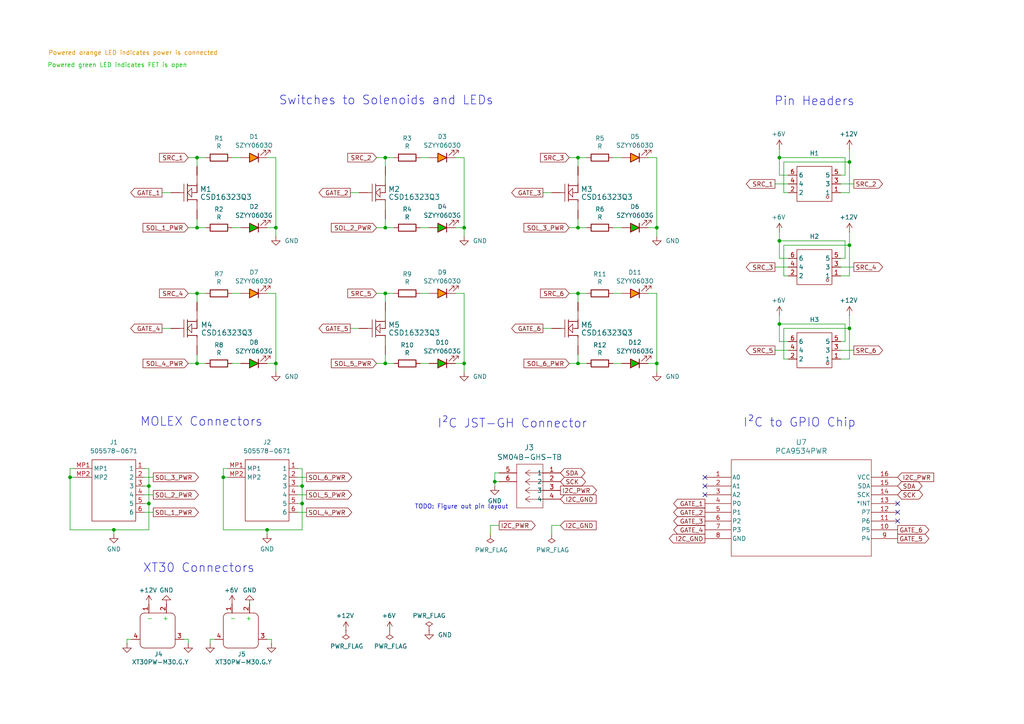
<source format=kicad_sch>
(kicad_sch (version 20250114) (generator "eeschema") (generator_version "9.0")
  (paper "A4")
  (title_block (title "Solenoid Control Board"))
  (lib_symbols
    (symbol "Downloaded:HX PZ2.54-2X3P ZZ"
      (property "Reference" "H" (at 0 0 0))
      (property "Value" "HX PZ2.54-2x3P ZZ" (at 0 0 0))
      (symbol "HX PZ2.54-2X3P ZZ_1_0"
        (pin unspecified line (at -7.62 2.54 0) (length 2.54) (name "1") (number "1"))
        (pin unspecified line (at -7.62 0 0) (length 2.54) (name "3") (number "3"))
        (pin unspecified line (at -7.62 -2.54 0) (length 2.54) (name "5") (number "5"))
        (pin unspecified line (at 7.62 2.54 180) (length 2.54) (name "2") (number "2"))
        (pin unspecified line (at 7.62 0 180) (length 2.54) (name "4") (number "4"))
        (pin unspecified line (at 7.62 -2.54 180) (length 2.54) (name "6") (number "6"))
      )
    )
    (symbol "solenoid_control_board:+12V" (power) (pin_numbers (hide yes)) (pin_names (offset 0) (hide yes))
      (property "Value" "+12V" (at 0 3.556 0))
      (symbol "+12V_1_1"
        (pin power_in line (at 0 0 90) (length 0) (name "~") (number "1"))
      )
    )
    (symbol "solenoid_control_board:+6V" (power) (pin_numbers (hide yes)) (pin_names (offset 0) (hide yes))
      (property "Value" "+6V" (at 0 3.556 0))
      (symbol "+6V_1_1"
        (pin power_in line (at 0 0 90) (length 0) (name "~") (number "1"))
      )
    )
    (symbol "solenoid_control_board:505578-0671"
      (property "Reference" "J" (at -8.89 6.858 0))
      (property "Value" "505578-0671" (at -8.636 4.318 0))
      (symbol "505578-0671_1_1"
        (pin free line (at -20.32 0 0) (length 5.08) (name "MP1") (number "MP1"))
        (pin free line (at -20.32 -2.54 0) (length 5.08) (name "MP2") (number "MP2"))
        (pin passive line (at 0 0 180) (length 2.54) (name "1") (number "1"))
        (pin passive line (at 0 -2.54 180) (length 2.54) (name "2") (number "2"))
        (pin passive line (at 0 -5.08 180) (length 2.54) (name "3") (number "3"))
        (pin passive line (at 0 -7.62 180) (length 2.54) (name "4") (number "4"))
        (pin passive line (at 0 -10.16 180) (length 2.54) (name "5") (number "5"))
        (pin passive line (at 0 -12.7 180) (length 2.54) (name "6") (number "6"))
      )
    )
    (symbol "solenoid_control_board:CSD16323Q3" (pin_names (offset 0.254))
      (property "Reference" "M" (at 5.842 0.254 0))
      (property "Value" "CSD16323Q3" (at 12.446 -1.778 0))
      (symbol "CSD16323Q3_1_1"
        (pin input line (at -3.81 0 0) (length 2.54) (name "") (number "1"))
        (pin output line (at 3.81 7.62 270) (length 2.54) (name "") (number "3"))
        (pin input line (at 3.81 -7.62 90) (length 2.54) (name "") (number "2"))
      )
    )
    (symbol "solenoid_control_board:GND" (power) (pin_numbers (hide yes)) (pin_names (offset 0) (hide yes))
      (property "Value" "GND" (at 0 -3.81 0))
      (symbol "GND_1_1"
        (pin power_in line (at 0 0 270) (length 0) (name "~") (number "1"))
      )
    )
    (symbol "solenoid_control_board:PCA9534PWR" (pin_names (offset 0.254))
      (property "Reference" "U" (at 27.94 10.16 0))
      (property "Value" "PCA9534PWR" (at 27.94 7.62 0))
      (symbol "PCA9534PWR_0_1"
        (pin input line (at 0 0 0) (length 7.62) (name "A0") (number "1"))
        (pin input line (at 0 -2.54 0) (length 7.62) (name "A1") (number "2"))
        (pin input line (at 0 -5.08 0) (length 7.62) (name "A2") (number "3"))
        (pin bidirectional line (at 0 -7.62 0) (length 7.62) (name "P0") (number "4"))
        (pin bidirectional line (at 0 -10.16 0) (length 7.62) (name "P1") (number "5"))
        (pin bidirectional line (at 0 -12.7 0) (length 7.62) (name "P2") (number "6"))
        (pin bidirectional line (at 0 -15.24 0) (length 7.62) (name "P3") (number "7"))
        (pin power_in line (at 0 -17.78 0) (length 7.62) (name "GND") (number "8"))
        (pin power_in line (at 55.88 0 180) (length 7.62) (name "VCC") (number "16"))
        (pin output line (at 55.88 -7.62 180) (length 7.62) (name "*INT") (number "13"))
        (pin bidirectional line (at 55.88 -10.16 180) (length 7.62) (name "P7") (number "12"))
        (pin bidirectional line (at 55.88 -12.7 180) (length 7.62) (name "P6") (number "11"))
        (pin bidirectional line (at 55.88 -15.24 180) (length 7.62) (name "P5") (number "10"))
        (pin bidirectional line (at 55.88 -17.78 180) (length 7.62) (name "P4") (number "9"))
      )
      (symbol "PCA9534PWR_1_1"
        (pin bidirectional line (at 55.88 -2.54 180) (length 7.62) (name "SDA") (number "15"))
        (pin bidirectional line (at 55.88 -5.08 180) (length 7.62) (name "SCK") (number "14"))
      )
    )
    (symbol "solenoid_control_board:PWR_FLAG" (power) (pin_numbers (hide yes)) (pin_names (offset 0) (hide yes))
      (property "Value" "PWR_FLAG" (at 0 3.81 0))
      (symbol "PWR_FLAG_0_0"
        (pin power_out line (at 0 0 90) (length 0) (name "~") (number "1"))
      )
    )
    (symbol "solenoid_control_board:R" (pin_numbers (hide yes)) (pin_names (offset 0))
      (property "Reference" "R" (at 2.032 0 90))
      (property "Value" "R" (at 0 0 90))
      (symbol "R_1_1"
        (pin passive line (at 0 3.81 270) (length 1.27) (name "~") (number "1"))
        (pin passive line (at 0 -3.81 90) (length 1.27) (name "~") (number "2"))
      )
    )
    (symbol "solenoid_control_board:SM04B-GHS-TB" (pin_names (offset 0.254))
      (property "Reference" "J" (at 8.89 7.112 0))
      (property "Value" "SM04B-GHS-TB" (at 9.144 4.572 0))
      (symbol "SM04B-GHS-TB_1_1"
        (pin free line (at 0 0 0) (length 5.08) (name "1") (number "1"))
        (pin free line (at 0 -2.54 0) (length 5.08) (name "2") (number "2"))
        (pin free line (at 0 -5.08 0) (length 5.08) (name "3") (number "3"))
        (pin free line (at 0 -7.62 0) (length 5.08) (name "4") (number "4"))
        (pin free line (at 17.78 0 180) (length 5.08) (name "") (number "5"))
        (pin free line (at 17.78 -2.54 180) (length 5.08) (name "") (number "6"))
      )
      (symbol "SM04B-GHS-TB_1_2"
        (pin unspecified line (at 0 0 0) (length 5.08) (name "1") (number "1"))
        (pin unspecified line (at 0 -2.54 0) (length 5.08) (name "2") (number "2"))
        (pin unspecified line (at 0 -5.08 0) (length 5.08) (name "3") (number "3"))
        (pin unspecified line (at 0 -7.62 0) (length 5.08) (name "4") (number "4"))
      )
    )
    (symbol "solenoid_control_board:SZYY0603G"
      (property "Reference" "D" (at 0 2.54 0))
      (property "Value" "SZYY0603G" (at 0 -4.064 0))
      (symbol "SZYY0603G_1_1"
        (pin passive line (at -3.81 0 0) (length 2.54) (name "") (number "2"))
        (pin passive line (at 3.81 0 180) (length 2.54) (name "") (number "1"))
      )
    )
    (symbol "solenoid_control_board:SZYY0603O"
      (property "Reference" "D" (at 0 2.54 0))
      (property "Value" "SZYY0603O" (at 0 -4.064 0))
      (symbol "SZYY0603O_1_1"
        (pin passive line (at -3.81 0 0) (length 2.54) (name "") (number "2"))
        (pin passive line (at 3.81 0 180) (length 2.54) (name "") (number "1"))
      )
    )
    (symbol "solenoid_control_board:XT30PW-M30.G.Y"
      (property "Reference" "J" (at 2.286 -14.478 0))
      (property "Value" "XT30PW-M30.G.Y" (at 2.286 -16.51 0))
      (symbol "XT30PW-M30.G.Y_1_1"
        (text "-" (at 0.254 -4.064 0) (effects (font (size 1.27 1.27))))
        (text "+\n" (at 4.826 -4.064 0) (effects (font (size 1.27 1.27))))
        (pin passive line (at -5.08 -10.16 0) (length 2.54) (name "") (number "4"))
        (pin power_in line (at 0 0 270) (length 2.54) (name "") (number "1"))
        (pin power_in line (at 5.08 0 270) (length 2.54) (name "") (number "2"))
        (pin passive line (at 10.16 -10.16 180) (length 2.54) (name "") (number "3"))
      )
    )
  )
  (text "Pin Headers" (at 236.22 29.464 0) (effects (font (size 2.54 2.54))))
  (text "Powered orange LED indicates power is connected" (at 38.608 15.494 0) (effects (font (size 1.27 1.27))))
  (text "Switches to Solenoids and LEDs" (at 112.014 29.21 0) (effects (font (size 2.54 2.54))))
  (text "MOLEX Connectors\n" (at 58.42 122.428 0) (effects (font (size 2.54 2.54))))
  (text "I²C JST-GH Connector" (at 148.59 122.936 0) (effects (font (size 2.54 2.54))))
  (text "XT30 Connectors\n" (at 57.658 164.846 0) (effects (font (size 2.54 2.54))))
  (text "Powered green LED indicates FET is open\n" (at 34.036 19.05 0) (effects (font (size 1.27 1.27))))
  (text "I²C to GPIO Chip" (at 231.902 122.682 0) (effects (font (size 2.54 2.54))))
  (text "TODO: Figure out pin layout" (at 133.858 147.066 0) (effects (font (size 1.27 1.27))))
  (junction (at 143.51 139.7))
  (junction (at 87.63 140.97))
  (junction (at 246.38 95.25))
  (junction (at 111.76 105.41))
  (junction (at 77.47 153.67))
  (junction (at 190.5 105.41))
  (junction (at 226.06 93.98))
  (junction (at 57.15 85.09))
  (junction (at 134.62 66.04))
  (junction (at 226.06 45.72))
  (junction (at 190.5 66.04))
  (junction (at 111.76 45.72))
  (junction (at 57.15 45.72))
  (junction (at 33.02 153.67))
  (junction (at 43.18 146.05))
  (junction (at 167.64 45.72))
  (junction (at 57.15 105.41))
  (junction (at 80.01 66.04))
  (junction (at 167.64 85.09))
  (junction (at 20.32 138.43))
  (junction (at 167.64 66.04))
  (junction (at 64.77 138.43))
  (junction (at 111.76 66.04))
  (junction (at 57.15 66.04))
  (junction (at 167.64 105.41))
  (junction (at 134.62 105.41))
  (junction (at 87.63 146.05))
  (junction (at 246.38 71.12))
  (junction (at 80.01 105.41))
  (junction (at 111.76 85.09))
  (junction (at 226.06 69.85))
  (junction (at 246.38 46.99))
  (junction (at 43.18 140.97))
  (no_connect (at 260.35 151.13))
  (no_connect (at 260.35 148.59))
  (no_connect (at 204.47 140.97))
  (no_connect (at 204.47 138.43))
  (no_connect (at 260.35 146.05))
  (no_connect (at 204.47 143.51))
  (wire (pts (xy 111.76 85.09) (xy 109.22 85.09)))
  (wire (pts (xy 243.84 104.14) (xy 246.38 104.14)))
  (wire (pts (xy 60.96 186.69) (xy 60.96 185.42)))
  (wire (pts (xy 170.18 105.41) (xy 167.64 105.41)))
  (wire (pts (xy 57.15 85.09) (xy 54.61 85.09)))
  (wire (pts (xy 33.02 153.67) (xy 33.02 154.94)))
  (wire (pts (xy 157.48 95.25) (xy 160.02 95.25)))
  (wire (pts (xy 41.91 135.89) (xy 43.18 135.89)))
  (wire (pts (xy 57.15 105.41) (xy 57.15 102.87)))
  (wire (pts (xy 54.61 66.04) (xy 57.15 66.04)))
  (wire (pts (xy 111.76 45.72) (xy 111.76 48.26)))
  (wire (pts (xy 165.1 66.04) (xy 167.64 66.04)))
  (wire (pts (xy 114.3 45.72) (xy 111.76 45.72)))
  (wire (pts (xy 69.85 105.41) (xy 67.31 105.41)))
  (wire (pts (xy 41.91 140.97) (xy 43.18 140.97)))
  (wire (pts (xy 144.78 137.16) (xy 143.51 137.16)))
  (wire (pts (xy 143.51 137.16) (xy 143.51 139.7)))
  (wire (pts (xy 57.15 66.04) (xy 57.15 63.5)))
  (wire (pts (xy 245.11 74.93) (xy 245.11 69.85)))
  (wire (pts (xy 33.02 153.67) (xy 43.18 153.67)))
  (wire (pts (xy 243.84 80.01) (xy 246.38 80.01)))
  (wire (pts (xy 69.85 85.09) (xy 67.31 85.09)))
  (wire (pts (xy 69.85 66.04) (xy 67.31 66.04)))
  (wire (pts (xy 86.36 138.43) (xy 88.9 138.43)))
  (wire (pts (xy 43.18 140.97) (xy 43.18 146.05)))
  (wire (pts (xy 20.32 138.43) (xy 21.59 138.43)))
  (wire (pts (xy 243.84 101.6) (xy 247.65 101.6)))
  (wire (pts (xy 142.24 154.94) (xy 142.24 152.4)))
  (wire (pts (xy 228.6 80.01) (xy 227.33 80.01)))
  (wire (pts (xy 226.06 91.44) (xy 226.06 93.98)))
  (wire (pts (xy 43.18 146.05) (xy 43.18 153.67)))
  (wire (pts (xy 226.06 45.72) (xy 226.06 50.8)))
  (wire (pts (xy 226.06 93.98) (xy 245.11 93.98)))
  (wire (pts (xy 78.74 185.42) (xy 78.74 186.69)))
  (wire (pts (xy 64.77 135.89) (xy 64.77 138.43)))
  (wire (pts (xy 114.3 105.41) (xy 111.76 105.41)))
  (wire (pts (xy 43.18 135.89) (xy 43.18 140.97)))
  (wire (pts (xy 77.47 153.67) (xy 77.47 154.94)))
  (wire (pts (xy 170.18 85.09) (xy 167.64 85.09)))
  (wire (pts (xy 60.96 185.42) (xy 62.23 185.42)))
  (wire (pts (xy 132.08 45.72) (xy 134.62 45.72)))
  (wire (pts (xy 101.6 95.25) (xy 104.14 95.25)))
  (wire (pts (xy 245.11 99.06) (xy 245.11 93.98)))
  (wire (pts (xy 77.47 153.67) (xy 87.63 153.67)))
  (wire (pts (xy 109.22 66.04) (xy 111.76 66.04)))
  (wire (pts (xy 20.32 153.67) (xy 33.02 153.67)))
  (wire (pts (xy 69.85 45.72) (xy 67.31 45.72)))
  (wire (pts (xy 59.69 85.09) (xy 57.15 85.09)))
  (wire (pts (xy 59.69 45.72) (xy 57.15 45.72)))
  (wire (pts (xy 114.3 66.04) (xy 111.76 66.04)))
  (wire (pts (xy 46.99 55.88) (xy 49.53 55.88)))
  (wire (pts (xy 243.84 77.47) (xy 247.65 77.47)))
  (wire (pts (xy 226.06 74.93) (xy 228.6 74.93)))
  (wire (pts (xy 54.61 185.42) (xy 54.61 186.69)))
  (wire (pts (xy 41.91 148.59) (xy 44.45 148.59)))
  (wire (pts (xy 187.96 45.72) (xy 190.5 45.72)))
  (wire (pts (xy 101.6 55.88) (xy 104.14 55.88)))
  (wire (pts (xy 246.38 80.01) (xy 246.38 71.12)))
  (wire (pts (xy 124.46 66.04) (xy 121.92 66.04)))
  (wire (pts (xy 226.06 45.72) (xy 245.11 45.72)))
  (wire (pts (xy 86.36 135.89) (xy 87.63 135.89)))
  (wire (pts (xy 167.64 66.04) (xy 167.64 63.5)))
  (wire (pts (xy 187.96 105.41) (xy 190.5 105.41)))
  (wire (pts (xy 180.34 66.04) (xy 177.8 66.04)))
  (wire (pts (xy 167.64 45.72) (xy 165.1 45.72)))
  (wire (pts (xy 86.36 148.59) (xy 88.9 148.59)))
  (wire (pts (xy 224.79 101.6) (xy 228.6 101.6)))
  (wire (pts (xy 41.91 143.51) (xy 44.45 143.51)))
  (wire (pts (xy 78.74 185.42) (xy 77.47 185.42)))
  (wire (pts (xy 36.83 185.42) (xy 38.1 185.42)))
  (wire (pts (xy 87.63 140.97) (xy 87.63 146.05)))
  (wire (pts (xy 59.69 66.04) (xy 57.15 66.04)))
  (wire (pts (xy 142.24 152.4) (xy 144.78 152.4)))
  (wire (pts (xy 114.3 85.09) (xy 111.76 85.09)))
  (wire (pts (xy 124.46 45.72) (xy 121.92 45.72)))
  (wire (pts (xy 246.38 67.31) (xy 246.38 71.12)))
  (wire (pts (xy 111.76 66.04) (xy 111.76 63.5)))
  (wire (pts (xy 170.18 66.04) (xy 167.64 66.04)))
  (wire (pts (xy 226.06 67.31) (xy 226.06 69.85)))
  (wire (pts (xy 190.5 85.09) (xy 190.5 105.41)))
  (wire (pts (xy 46.99 95.25) (xy 49.53 95.25)))
  (wire (pts (xy 111.76 45.72) (xy 109.22 45.72)))
  (wire (pts (xy 167.64 45.72) (xy 167.64 48.26)))
  (wire (pts (xy 226.06 93.98) (xy 226.06 99.06)))
  (wire (pts (xy 54.61 105.41) (xy 57.15 105.41)))
  (wire (pts (xy 134.62 66.04) (xy 134.62 68.58)))
  (wire (pts (xy 111.76 85.09) (xy 111.76 87.63)))
  (wire (pts (xy 21.59 135.89) (xy 20.32 135.89)))
  (wire (pts (xy 160.02 152.4) (xy 162.56 152.4)))
  (wire (pts (xy 20.32 138.43) (xy 20.32 153.67)))
  (wire (pts (xy 57.15 45.72) (xy 54.61 45.72)))
  (wire (pts (xy 180.34 85.09) (xy 177.8 85.09)))
  (wire (pts (xy 87.63 146.05) (xy 87.63 153.67)))
  (wire (pts (xy 64.77 138.43) (xy 66.04 138.43)))
  (wire (pts (xy 227.33 80.01) (xy 227.33 71.12)))
  (wire (pts (xy 134.62 105.41) (xy 134.62 107.95)))
  (wire (pts (xy 109.22 105.41) (xy 111.76 105.41)))
  (wire (pts (xy 160.02 154.94) (xy 160.02 152.4)))
  (wire (pts (xy 86.36 143.51) (xy 88.9 143.51)))
  (wire (pts (xy 64.77 138.43) (xy 64.77 153.67)))
  (wire (pts (xy 80.01 105.41) (xy 80.01 107.95)))
  (wire (pts (xy 190.5 105.41) (xy 190.5 107.95)))
  (wire (pts (xy 180.34 105.41) (xy 177.8 105.41)))
  (wire (pts (xy 59.69 105.41) (xy 57.15 105.41)))
  (wire (pts (xy 132.08 105.41) (xy 134.62 105.41)))
  (wire (pts (xy 246.38 91.44) (xy 246.38 95.25)))
  (wire (pts (xy 227.33 95.25) (xy 246.38 95.25)))
  (wire (pts (xy 64.77 153.67) (xy 77.47 153.67)))
  (wire (pts (xy 246.38 43.18) (xy 246.38 46.99)))
  (wire (pts (xy 224.79 53.34) (xy 228.6 53.34)))
  (wire (pts (xy 245.11 50.8) (xy 245.11 45.72)))
  (wire (pts (xy 80.01 45.72) (xy 80.01 66.04)))
  (wire (pts (xy 134.62 85.09) (xy 134.62 105.41)))
  (wire (pts (xy 111.76 105.41) (xy 111.76 102.87)))
  (wire (pts (xy 187.96 66.04) (xy 190.5 66.04)))
  (wire (pts (xy 80.01 85.09) (xy 80.01 105.41)))
  (wire (pts (xy 143.51 139.7) (xy 144.78 139.7)))
  (wire (pts (xy 227.33 55.88) (xy 227.33 46.99)))
  (wire (pts (xy 157.48 55.88) (xy 160.02 55.88)))
  (wire (pts (xy 227.33 71.12) (xy 246.38 71.12)))
  (wire (pts (xy 77.47 85.09) (xy 80.01 85.09)))
  (wire (pts (xy 124.46 85.09) (xy 121.92 85.09)))
  (wire (pts (xy 134.62 45.72) (xy 134.62 66.04)))
  (wire (pts (xy 167.64 85.09) (xy 167.64 87.63)))
  (wire (pts (xy 227.33 46.99) (xy 246.38 46.99)))
  (wire (pts (xy 226.06 50.8) (xy 228.6 50.8)))
  (wire (pts (xy 132.08 85.09) (xy 134.62 85.09)))
  (wire (pts (xy 243.84 74.93) (xy 245.11 74.93)))
  (wire (pts (xy 87.63 135.89) (xy 87.63 140.97)))
  (wire (pts (xy 80.01 66.04) (xy 80.01 68.58)))
  (wire (pts (xy 66.04 135.89) (xy 64.77 135.89)))
  (wire (pts (xy 170.18 45.72) (xy 167.64 45.72)))
  (wire (pts (xy 124.46 105.41) (xy 121.92 105.41)))
  (wire (pts (xy 190.5 45.72) (xy 190.5 66.04)))
  (wire (pts (xy 226.06 43.18) (xy 226.06 45.72)))
  (wire (pts (xy 224.79 77.47) (xy 228.6 77.47)))
  (wire (pts (xy 243.84 50.8) (xy 245.11 50.8)))
  (wire (pts (xy 167.64 105.41) (xy 167.64 102.87)))
  (wire (pts (xy 227.33 104.14) (xy 227.33 95.25)))
  (wire (pts (xy 226.06 69.85) (xy 226.06 74.93)))
  (wire (pts (xy 228.6 104.14) (xy 227.33 104.14)))
  (wire (pts (xy 228.6 55.88) (xy 227.33 55.88)))
  (wire (pts (xy 165.1 105.41) (xy 167.64 105.41)))
  (wire (pts (xy 77.47 66.04) (xy 80.01 66.04)))
  (wire (pts (xy 36.83 186.69) (xy 36.83 185.42)))
  (wire (pts (xy 20.32 135.89) (xy 20.32 138.43)))
  (wire (pts (xy 53.34 185.42) (xy 54.61 185.42)))
  (wire (pts (xy 243.84 99.06) (xy 245.11 99.06)))
  (wire (pts (xy 57.15 45.72) (xy 57.15 48.26)))
  (wire (pts (xy 87.63 140.97) (xy 86.36 140.97)))
  (wire (pts (xy 43.18 146.05) (xy 41.91 146.05)))
  (wire (pts (xy 243.84 53.34) (xy 247.65 53.34)))
  (wire (pts (xy 132.08 66.04) (xy 134.62 66.04)))
  (wire (pts (xy 226.06 99.06) (xy 228.6 99.06)))
  (wire (pts (xy 190.5 66.04) (xy 190.5 68.58)))
  (wire (pts (xy 243.84 55.88) (xy 246.38 55.88)))
  (wire (pts (xy 77.47 105.41) (xy 80.01 105.41)))
  (wire (pts (xy 41.91 138.43) (xy 44.45 138.43)))
  (wire (pts (xy 143.51 139.7) (xy 143.51 140.97)))
  (wire (pts (xy 246.38 55.88) (xy 246.38 46.99)))
  (wire (pts (xy 167.64 85.09) (xy 165.1 85.09)))
  (wire (pts (xy 57.15 85.09) (xy 57.15 87.63)))
  (wire (pts (xy 246.38 104.14) (xy 246.38 95.25)))
  (wire (pts (xy 226.06 69.85) (xy 245.11 69.85)))
  (wire (pts (xy 180.34 45.72) (xy 177.8 45.72)))
  (wire (pts (xy 187.96 85.09) (xy 190.5 85.09)))
  (wire (pts (xy 77.47 45.72) (xy 80.01 45.72)))
  (wire (pts (xy 86.36 146.05) (xy 87.63 146.05)))
  (global_label "SOL_4_PWR" (shape output) (at 88.9 148.59 0) (property "Intersheetrefs" "${INTERSHEET_REFS}" (effects (hide yes))))
  (global_label "SRC_5" (shape output) (at 224.79 101.6 180) (property "Intersheetrefs" "${INTERSHEET_REFS}" (effects (hide yes))))
  (global_label "SRC_4" (shape output) (at 247.65 77.47 0) (property "Intersheetrefs" "${INTERSHEET_REFS}" (effects (hide yes))))
  (global_label "SOL_3_PWR" (shape output) (at 44.45 138.43 0) (property "Intersheetrefs" "${INTERSHEET_REFS}" (effects (hide yes))))
  (global_label "I2C_PWR" (shape output) (at 162.56 142.24 0) (property "Intersheetrefs" "${INTERSHEET_REFS}" (effects (hide yes))))
  (global_label "SRC_3" (shape output) (at 224.79 77.47 180) (property "Intersheetrefs" "${INTERSHEET_REFS}" (effects (hide yes))))
  (global_label "GATE_3" (shape output) (at 157.48 55.88 180) (property "Intersheetrefs" "${INTERSHEET_REFS}" (effects (hide yes))))
  (global_label "I2C_GND" (shape input) (at 162.56 144.78 0) (property "Intersheetrefs" "${INTERSHEET_REFS}" (effects (hide yes))))
  (global_label "SDA" (shape bidirectional) (at 162.56 137.16 0) (property "Intersheetrefs" "${INTERSHEET_REFS}" (effects (hide yes))))
  (global_label "GATE_1" (shape output) (at 204.47 146.05 180) (property "Intersheetrefs" "${INTERSHEET_REFS}" (effects (hide yes))))
  (global_label "GATE_3" (shape output) (at 204.47 151.13 180) (property "Intersheetrefs" "${INTERSHEET_REFS}" (effects (hide yes))))
  (global_label "SCK" (shape bidirectional) (at 162.56 139.7 0) (property "Intersheetrefs" "${INTERSHEET_REFS}" (effects (hide yes))))
  (global_label "SOL_4_PWR" (shape input) (at 54.61 105.41 180) (property "Intersheetrefs" "${INTERSHEET_REFS}" (effects (hide yes))))
  (global_label "SOL_1_PWR" (shape output) (at 44.45 148.59 0) (property "Intersheetrefs" "${INTERSHEET_REFS}" (effects (hide yes))))
  (global_label "SRC_5" (shape input) (at 109.22 85.09 180) (property "Intersheetrefs" "${INTERSHEET_REFS}" (effects (hide yes))))
  (global_label "SRC_4" (shape input) (at 54.61 85.09 180) (property "Intersheetrefs" "${INTERSHEET_REFS}" (effects (hide yes))))
  (global_label "SOL_6_PWR" (shape input) (at 165.1 105.41 180) (property "Intersheetrefs" "${INTERSHEET_REFS}" (effects (hide yes))))
  (global_label "SRC_1" (shape input) (at 54.61 45.72 180) (property "Intersheetrefs" "${INTERSHEET_REFS}" (effects (hide yes))))
  (global_label "GATE_2" (shape output) (at 101.6 55.88 180) (property "Intersheetrefs" "${INTERSHEET_REFS}" (effects (hide yes))))
  (global_label "GATE_5" (shape output) (at 260.35 156.21 0) (property "Intersheetrefs" "${INTERSHEET_REFS}" (effects (hide yes))))
  (global_label "I2C_PWR" (shape input) (at 260.35 138.43 0) (property "Intersheetrefs" "${INTERSHEET_REFS}" (effects (hide yes))))
  (global_label "SRC_6" (shape output) (at 247.65 101.6 0) (property "Intersheetrefs" "${INTERSHEET_REFS}" (effects (hide yes))))
  (global_label "SRC_2" (shape output) (at 247.65 53.34 0) (property "Intersheetrefs" "${INTERSHEET_REFS}" (effects (hide yes))))
  (global_label "GATE_6" (shape output) (at 260.35 153.67 0) (property "Intersheetrefs" "${INTERSHEET_REFS}" (effects (hide yes))))
  (global_label "GATE_4" (shape output) (at 46.99 95.25 180) (property "Intersheetrefs" "${INTERSHEET_REFS}" (effects (hide yes))))
  (global_label "SOL_2_PWR" (shape input) (at 109.22 66.04 180) (property "Intersheetrefs" "${INTERSHEET_REFS}" (effects (hide yes))))
  (global_label "SCK" (shape bidirectional) (at 260.35 143.51 0) (property "Intersheetrefs" "${INTERSHEET_REFS}" (effects (hide yes))))
  (global_label "GATE_4" (shape output) (at 204.47 153.67 180) (property "Intersheetrefs" "${INTERSHEET_REFS}" (effects (hide yes))))
  (global_label "SRC_1" (shape output) (at 224.79 53.34 180) (property "Intersheetrefs" "${INTERSHEET_REFS}" (effects (hide yes))))
  (global_label "GATE_1" (shape output) (at 46.99 55.88 180) (property "Intersheetrefs" "${INTERSHEET_REFS}" (effects (hide yes))))
  (global_label "SOL_1_PWR" (shape input) (at 54.61 66.04 180) (property "Intersheetrefs" "${INTERSHEET_REFS}" (effects (hide yes))))
  (global_label "SRC_2" (shape input) (at 109.22 45.72 180) (property "Intersheetrefs" "${INTERSHEET_REFS}" (effects (hide yes))))
  (global_label "SOL_5_PWR" (shape output) (at 88.9 143.51 0) (property "Intersheetrefs" "${INTERSHEET_REFS}" (effects (hide yes))))
  (global_label "SRC_6" (shape input) (at 165.1 85.09 180) (property "Intersheetrefs" "${INTERSHEET_REFS}" (effects (hide yes))))
  (global_label "SDA" (shape bidirectional) (at 260.35 140.97 0) (property "Intersheetrefs" "${INTERSHEET_REFS}" (effects (hide yes))))
  (global_label "I2C_GND" (shape output) (at 204.47 156.21 180) (property "Intersheetrefs" "${INTERSHEET_REFS}" (effects (hide yes))))
  (global_label "GATE_6" (shape output) (at 157.48 95.25 180) (property "Intersheetrefs" "${INTERSHEET_REFS}" (effects (hide yes))))
  (global_label "SOL_2_PWR" (shape output) (at 44.45 143.51 0) (property "Intersheetrefs" "${INTERSHEET_REFS}" (effects (hide yes))))
  (global_label "GATE_2" (shape output) (at 204.47 148.59 180) (property "Intersheetrefs" "${INTERSHEET_REFS}" (effects (hide yes))))
  (global_label "SOL_3_PWR" (shape input) (at 165.1 66.04 180) (property "Intersheetrefs" "${INTERSHEET_REFS}" (effects (hide yes))))
  (global_label "SOL_6_PWR" (shape output) (at 88.9 138.43 0) (property "Intersheetrefs" "${INTERSHEET_REFS}" (effects (hide yes))))
  (global_label "I2C_PWR" (shape output) (at 144.78 152.4 0) (property "Intersheetrefs" "${INTERSHEET_REFS}" (effects (hide yes))))
  (global_label "SRC_3" (shape input) (at 165.1 45.72 180) (property "Intersheetrefs" "${INTERSHEET_REFS}" (effects (hide yes))))
  (global_label "GATE_5" (shape output) (at 101.6 95.25 180) (property "Intersheetrefs" "${INTERSHEET_REFS}" (effects (hide yes))))
  (global_label "SOL_5_PWR" (shape input) (at 109.22 105.41 180) (property "Intersheetrefs" "${INTERSHEET_REFS}" (effects (hide yes))))
  (global_label "I2C_GND" (shape input) (at 162.56 152.4 0) (property "Intersheetrefs" "${INTERSHEET_REFS}" (effects (hide yes))))
  (symbol (lib_id "solenoid_control_board:+12V") (at 100.33 182.88 0) (unit 1)
    (property "Reference" "#PWR031" (effects (hide yes)))
    (property "Value" "+12V" (at 100.076 178.562 0))
    (property "Description" "Power symbol creates a global label with name \"+12V\"" (effects (hide yes)))
  )
  (symbol (lib_id "solenoid_control_board:GND") (at 77.47 154.94 0) (unit 1)
    (property "Reference" "#PWR08" (effects (hide yes)))
    (property "Value" "GND" (at 77.47 159.258 0))
    (property "Description" "Power symbol creates a global label with name \"GND\" , ground" (effects (hide yes)))
  )
  (symbol (lib_id "solenoid_control_board:+12V") (at 246.38 67.31 0) (unit 1)
    (property "Reference" "#PWR038" (effects (hide yes)))
    (property "Value" "+12V" (at 246.126 62.992 0))
    (property "Description" "Power symbol creates a global label with name \"+12V\"" (effects (hide yes)))
  )
  (symbol (lib_id "solenoid_control_board:SZYY0603O") (at 184.15 85.09 180) (unit 1)
    (property "Reference" "D11" (at 184.15 78.994 0))
    (property "Value" "SZYY0603O" (at 184.15 81.534 0))
    (property "Footprint" "solenoid-control-board:LED0603-R-RD_ORANGE" (effects (hide yes)))
    (property "Datasheet" "https://www.lcsc.com/datasheet/lcsc_datasheet_2410121256_Yongyu-Photoelectric-SZYY0603O_C434425.pdf" (effects (hide yes)))
    (property "Description" "Orange LED from LCSC Electronics" (effects (hide yes)))
    (property "LCSC" "C434425" (effects (hide yes)))
  )
  (symbol (lib_id "solenoid_control_board:CSD16323Q3") (at 163.83 55.88 0) (mirror x) (unit 1)
    (property "Reference" "M3" (at 170.18 54.864 0) (effects (font (size 1.524 1.524))))
    (property "Value" "CSD16323Q3" (at 176.022 57.15 0) (effects (font (size 1.524 1.524))))
    (property "Footprint" "solenoid-control-board:TRANS_CSD17308Q3" (effects (hide yes)))
    (property "Datasheet" "https://www.ti.com/lit/ds/symlink/csd25404q3.pdf?ts=1743723239203&ref_url=https%253A%252F%252Fwww.ti.com%252Fproduct%252FCSD25404Q3" (effects (hide yes)))
    (property "Description" "-20-V, P channel NexFET™ power MOSFET, single SON 3 mm x 3 mm, 6.5 mOhm" (effects (hide yes)))
    (property "LCSC" "C248610" (effects (hide yes)))
  )
  (symbol (lib_id "solenoid_control_board:SZYY0603O") (at 184.15 45.72 180) (unit 1)
    (property "Reference" "D5" (at 184.15 39.624 0))
    (property "Value" "SZYY0603O" (at 184.15 42.164 0))
    (property "Footprint" "solenoid-control-board:LED0603-R-RD_ORANGE" (effects (hide yes)))
    (property "Datasheet" "https://www.lcsc.com/datasheet/lcsc_datasheet_2410121256_Yongyu-Photoelectric-SZYY0603O_C434425.pdf" (effects (hide yes)))
    (property "Description" "Orange LED from LCSC Electronics" (effects (hide yes)))
    (property "LCSC" "C434425" (effects (hide yes)))
  )
  (symbol (lib_id "solenoid_control_board:R") (at 118.11 85.09 90) (unit 1)
    (property "Reference" "R9" (at 118.11 79.502 90))
    (property "Value" "R" (at 118.11 81.788 90))
    (property "Footprint" "solenoid-control-board:RESC1607X60N" (effects (hide yes)))
    (property "Description" "Resistor" (effects (hide yes)))
    (property "LCSC" "C99782" (effects (hide yes)))
  )
  (symbol (lib_id "solenoid_control_board:505578-0671") (at 41.91 135.89 0) (unit 1)
    (property "Reference" "J1" (at 33.02 128.27 0))
    (property "Value" "505578-0671" (at 33.02 130.81 0))
    (property "Footprint" "solenoid-control-board:5055780671" (effects (hide yes)))
    (property "Datasheet" "https://www.molex.com/en-us/products/part-detail/5055780671?display=pdf" (effects (hide yes)))
    (property "Description" "Headers & Wire Housings MicroLock Plus 2mm RA SR Hdr 6Ckt Blk" (effects (hide yes)))
    (property "LCSC" "C5362280" (effects (hide yes)))
  )
  (symbol (lib_id "solenoid_control_board:R") (at 63.5 66.04 90) (unit 1)
    (property "Reference" "R2" (at 63.5 60.706 90))
    (property "Value" "R" (at 63.5 62.992 90))
    (property "Footprint" "solenoid-control-board:RESC1607X60N" (effects (hide yes)))
    (property "Description" "Resistor" (effects (hide yes)))
    (property "LCSC" "C99782" (effects (hide yes)))
  )
  (symbol (lib_id "solenoid_control_board:XT30PW-M30.G.Y") (at 43.18 175.26 0) (unit 1)
    (property "Reference" "J4" (at 45.974 189.738 0))
    (property "Value" "XT30PW-M30.G.Y" (at 46.482 192.024 0))
    (property "Footprint" "solenoid-control-board:CONN-TH_XT30PW-M" (effects (hide yes)))
    (property "Datasheet" "https://jlcpcb.com/api/file/downloadByFileSystemAccessId/8588889116385136640" (effects (hide yes)))
    (property "Description" "Connector: DC supply; socket; male; PIN: 2; on PCBs; THT; yellow; 15A" (effects (hide yes)))
    (property "LCSC" "C431092" (effects (hide yes)))
  )
  (symbol (lib_id "solenoid_control_board:SZYY0603O") (at 128.27 45.72 180) (unit 1)
    (property "Reference" "D3" (at 128.27 39.624 0))
    (property "Value" "SZYY0603O" (at 128.27 42.164 0))
    (property "Footprint" "solenoid-control-board:LED0603-R-RD_ORANGE" (effects (hide yes)))
    (property "Datasheet" "https://www.lcsc.com/datasheet/lcsc_datasheet_2410121256_Yongyu-Photoelectric-SZYY0603O_C434425.pdf" (effects (hide yes)))
    (property "Description" "Orange LED from LCSC Electronics" (effects (hide yes)))
    (property "LCSC" "C434425" (effects (hide yes)))
  )
  (symbol (lib_id "solenoid_control_board:CSD16323Q3") (at 163.83 95.25 0) (mirror x) (unit 1)
    (property "Reference" "M6" (at 170.18 94.234 0) (effects (font (size 1.524 1.524))))
    (property "Value" "CSD16323Q3" (at 176.022 96.52 0) (effects (font (size 1.524 1.524))))
    (property "Footprint" "solenoid-control-board:TRANS_CSD17308Q3" (effects (hide yes)))
    (property "Datasheet" "https://www.ti.com/lit/ds/symlink/csd25404q3.pdf?ts=1743723239203&ref_url=https%253A%252F%252Fwww.ti.com%252Fproduct%252FCSD25404Q3" (effects (hide yes)))
    (property "Description" "-20-V, P channel NexFET™ power MOSFET, single SON 3 mm x 3 mm, 6.5 mOhm" (effects (hide yes)))
    (property "LCSC" "C248610" (effects (hide yes)))
  )
  (symbol (lib_id "solenoid_control_board:GND") (at 190.5 68.58 0) (unit 1)
    (property "Reference" "#PWR012" (effects (hide yes)))
    (property "Value" "GND" (at 193.04 69.8499 0) (effects (justify left)))
    (property "Description" "Power symbol creates a global label with name \"GND\" , ground" (effects (hide yes)))
  )
  (symbol (lib_id "solenoid_control_board:GND") (at 143.51 140.97 0) (unit 1)
    (property "Reference" "#PWR09" (effects (hide yes)))
    (property "Value" "GND" (at 143.51 145.288 0))
    (property "Description" "Power symbol creates a global label with name \"GND\" , ground" (effects (hide yes)))
  )
  (symbol (lib_id "Downloaded:HX PZ2.54-2X3P ZZ") (at 236.22 53.34 180) (unit 1)
    (property "Reference" "H1" (at 236.22 44.45 0))
    (property "Value" "HX PZ2.54-2x3P ZZ" (effects (hide yes)))
    (property "Footprint" "solenoid-control-board:HDR-TH_6P-P2.54-V-M-R2-C3-S2.54-2" (effects (hide yes)))
    (property "Datasheet" "https://atta.szlcsc.com/upload/public/pdf/source/20240723/3657D920FDF090695A6E017E35381392.pdf" (effects (hide yes)))
    (property "Description" "Pin Structure:2x3P Pitch:2.54mm Row Spacing:2.54mm Circluar Pins/Square Pins:Policy Mounting Type:Straight Number of Rows:Double Row Number of Pins:6P Current Rating:3A Voltage Rating (Max):- Length of Mating Pin:6mm Insulation Height:2.5mm Length of End" (effects (hide yes)))
    (property "Manufacturer Part" "HX PZ2.54-2x3P ZZ" (effects (hide yes)))
    (property "Manufacturer" "hanxia(韩下)" (effects (hide yes)))
    (property "Supplier Part" "C32713276" (effects (hide yes)))
    (property "Supplier" "LCSC" (effects (hide yes)))
    (property "LCSC Part Name" "2x3P 间距:2.54mm 方针 直插" (effects (hide yes)))
    (property "LCSC" "C32713276" (effects (hide yes)))
  )
  (symbol (lib_id "solenoid_control_board:SZYY0603O") (at 128.27 85.09 180) (unit 1)
    (property "Reference" "D9" (at 128.27 78.994 0))
    (property "Value" "SZYY0603O" (at 128.27 81.534 0))
    (property "Footprint" "solenoid-control-board:LED0603-R-RD_ORANGE" (effects (hide yes)))
    (property "Datasheet" "https://www.lcsc.com/datasheet/lcsc_datasheet_2410121256_Yongyu-Photoelectric-SZYY0603O_C434425.pdf" (effects (hide yes)))
    (property "Description" "Orange LED from LCSC Electronics" (effects (hide yes)))
    (property "LCSC" "C434425" (effects (hide yes)))
  )
  (symbol (lib_id "solenoid_control_board:GND") (at 60.96 186.69 0) (unit 1)
    (property "Reference" "#PWR018" (effects (hide yes)))
    (property "Value" "GND" (effects (hide yes)))
    (property "Description" "Power symbol creates a global label with name \"GND\" , ground" (effects (hide yes)))
  )
  (symbol (lib_id "solenoid_control_board:SZYY0603O") (at 73.66 85.09 180) (unit 1)
    (property "Reference" "D7" (at 73.66 78.994 0))
    (property "Value" "SZYY0603O" (at 73.66 81.534 0))
    (property "Footprint" "solenoid-control-board:LED0603-R-RD_ORANGE" (effects (hide yes)))
    (property "Datasheet" "https://www.lcsc.com/datasheet/lcsc_datasheet_2410121256_Yongyu-Photoelectric-SZYY0603O_C434425.pdf" (effects (hide yes)))
    (property "Description" "Orange LED from LCSC Electronics" (effects (hide yes)))
    (property "LCSC" "C434425" (effects (hide yes)))
  )
  (symbol (lib_id "solenoid_control_board:+6V") (at 226.06 91.44 0) (unit 1)
    (property "Reference" "#PWR039" (effects (hide yes)))
    (property "Value" "+6V" (at 225.806 87.122 0))
    (property "Description" "Power symbol creates a global label with name \"+6V\"" (effects (hide yes)))
  )
  (symbol (lib_id "solenoid_control_board:PWR_FLAG") (at 100.33 182.88 180) (unit 1)
    (property "Reference" "#FLG05" (effects (hide yes)))
    (property "Value" "PWR_FLAG" (at 100.584 187.452 0))
    (property "Description" "Special symbol for telling ERC where power comes from" (effects (hide yes)))
  )
  (symbol (lib_id "solenoid_control_board:SM04B-GHS-TB") (at 162.56 137.16 0) (mirror y) (unit 1)
    (property "Reference" "J3" (at 154.94 129.794 0) (effects (font (size 1.524 1.524)) (justify left)))
    (property "Value" "SM04B-GHS-TB" (at 163.068 132.588 0) (effects (font (size 1.524 1.524)) (justify left)))
    (property "Footprint" "solenoid-control-board:CONN_SM04B-GHS-TB_JST" (effects (hide yes)))
    (property "Datasheet" "https://www.jst-mfg.com/product/pdf/eng/eGH.pdf" (effects (hide yes)))
    (property "Description" "Connector Header Surface Mount, Right Angle 4 position 0.049\" (1.25mm)" (effects (hide yes)))
    (property "LCSC" "C189895" (effects (hide yes)))
  )
  (symbol (lib_id "solenoid_control_board:CSD16323Q3") (at 53.34 95.25 0) (mirror x) (unit 1)
    (property "Reference" "M4" (at 59.944 94.234 0) (effects (font (size 1.524 1.524))))
    (property "Value" "CSD16323Q3" (at 65.786 96.52 0) (effects (font (size 1.524 1.524))))
    (property "Footprint" "solenoid-control-board:TRANS_CSD17308Q3" (effects (hide yes)))
    (property "Datasheet" "https://www.ti.com/lit/ds/symlink/csd25404q3.pdf?ts=1743723239203&ref_url=https%253A%252F%252Fwww.ti.com%252Fproduct%252FCSD25404Q3" (effects (hide yes)))
    (property "Description" "-20-V, P channel NexFET™ power MOSFET, single SON 3 mm x 3 mm, 6.5 mOhm" (effects (hide yes)))
    (property "LCSC" "C248610" (effects (hide yes)))
  )
  (symbol (lib_id "solenoid_control_board:SZYY0603G") (at 73.66 105.41 180) (unit 1)
    (property "Reference" "D8" (at 73.66 99.314 0))
    (property "Value" "SZYY0603G" (at 73.66 101.854 0))
    (property "Footprint" "solenoid-control-board:LED0603-R-RD_GREEN" (effects (hide yes)))
    (property "Datasheet" "https://www.lcsc.com/datasheet/lcsc_datasheet_2410121256_Yongyu-Photoelectric-SZYY0603G_C434420.pdf" (effects (hide yes)))
    (property "Description" "Green LED from LCSC Electronics" (effects (hide yes)))
    (property "LCSC" "C19712532" (effects (hide yes)))
  )
  (symbol (lib_id "solenoid_control_board:+6V") (at 226.06 67.31 0) (unit 1)
    (property "Reference" "#PWR037" (effects (hide yes)))
    (property "Value" "+6V" (at 225.806 62.992 0))
    (property "Description" "Power symbol creates a global label with name \"+6V\"" (effects (hide yes)))
  )
  (symbol (lib_id "solenoid_control_board:GND") (at 80.01 68.58 0) (unit 1)
    (property "Reference" "#PWR010" (effects (hide yes)))
    (property "Value" "GND" (at 82.55 69.8499 0) (effects (justify left)))
    (property "Description" "Power symbol creates a global label with name \"GND\" , ground" (effects (hide yes)))
  )
  (symbol (lib_id "solenoid_control_board:GND") (at 48.26 175.26 180) (unit 1)
    (property "Reference" "#PWR019" (effects (hide yes)))
    (property "Value" "GND" (at 48.26 171.196 0))
    (property "Description" "Power symbol creates a global label with name \"GND\" , ground" (effects (hide yes)))
  )
  (symbol (lib_id "solenoid_control_board:R") (at 173.99 45.72 90) (unit 1)
    (property "Reference" "R5" (at 173.99 40.132 90))
    (property "Value" "R" (at 173.99 42.418 90))
    (property "Footprint" "solenoid-control-board:RESC1607X60N" (effects (hide yes)))
    (property "Description" "Resistor" (effects (hide yes)))
    (property "LCSC" "C99782" (effects (hide yes)))
  )
  (symbol (lib_id "solenoid_control_board:GND") (at 78.74 186.69 0) (unit 1)
    (property "Reference" "#PWR017" (effects (hide yes)))
    (property "Value" "GND" (effects (hide yes)))
    (property "Description" "Power symbol creates a global label with name \"GND\" , ground" (effects (hide yes)))
  )
  (symbol (lib_id "solenoid_control_board:GND") (at 72.39 175.26 180) (unit 1)
    (property "Reference" "#PWR030" (effects (hide yes)))
    (property "Value" "GND" (at 72.39 171.196 0))
    (property "Description" "Power symbol creates a global label with name \"GND\" , ground" (effects (hide yes)))
  )
  (symbol (lib_id "solenoid_control_board:SZYY0603G") (at 128.27 66.04 180) (unit 1)
    (property "Reference" "D4" (at 128.27 59.944 0))
    (property "Value" "SZYY0603G" (at 128.27 62.484 0))
    (property "Footprint" "solenoid-control-board:LED0603-R-RD_GREEN" (effects (hide yes)))
    (property "Datasheet" "https://www.lcsc.com/datasheet/lcsc_datasheet_2410121256_Yongyu-Photoelectric-SZYY0603G_C434420.pdf" (effects (hide yes)))
    (property "Description" "Green LED from LCSC Electronics" (effects (hide yes)))
    (property "LCSC" "C19712532" (effects (hide yes)))
  )
  (symbol (lib_id "solenoid_control_board:PWR_FLAG") (at 142.24 154.94 180) (unit 1)
    (property "Reference" "#FLG03" (effects (hide yes)))
    (property "Value" "PWR_FLAG" (at 142.494 159.512 0))
    (property "Description" "Special symbol for telling ERC where power comes from" (effects (hide yes)))
  )
  (symbol (lib_id "solenoid_control_board:+6V") (at 226.06 43.18 0) (unit 1)
    (property "Reference" "#PWR036" (effects (hide yes)))
    (property "Value" "+6V" (at 225.806 38.862 0))
    (property "Description" "Power symbol creates a global label with name \"+6V\"" (effects (hide yes)))
  )
  (symbol (lib_id "solenoid_control_board:SZYY0603G") (at 184.15 66.04 180) (unit 1)
    (property "Reference" "D6" (at 184.15 59.944 0))
    (property "Value" "SZYY0603G" (at 184.15 62.484 0))
    (property "Footprint" "solenoid-control-board:LED0603-R-RD_GREEN" (effects (hide yes)))
    (property "Datasheet" "https://www.lcsc.com/datasheet/lcsc_datasheet_2410121256_Yongyu-Photoelectric-SZYY0603G_C434420.pdf" (effects (hide yes)))
    (property "Description" "Green LED from LCSC Electronics" (effects (hide yes)))
    (property "LCSC" "C19712532" (effects (hide yes)))
  )
  (symbol (lib_id "solenoid_control_board:+6V") (at 67.31 175.26 0) (unit 1)
    (property "Reference" "#PWR034" (effects (hide yes)))
    (property "Value" "+6V" (at 67.056 171.196 0))
    (property "Description" "Power symbol creates a global label with name \"+6V\"" (effects (hide yes)))
  )
  (symbol (lib_id "solenoid_control_board:GND") (at 124.46 182.88 0) (unit 1)
    (property "Reference" "#PWR016" (effects (hide yes)))
    (property "Value" "GND" (at 127 184.1499 0) (effects (justify left)))
    (property "Description" "Power symbol creates a global label with name \"GND\" , ground" (effects (hide yes)))
  )
  (symbol (lib_id "solenoid_control_board:R") (at 173.99 105.41 90) (unit 1)
    (property "Reference" "R12" (at 173.99 100.076 90))
    (property "Value" "R" (at 173.99 102.362 90))
    (property "Footprint" "solenoid-control-board:RESC1607X60N" (effects (hide yes)))
    (property "Description" "Resistor" (effects (hide yes)))
    (property "LCSC" "C99782" (effects (hide yes)))
  )
  (symbol (lib_id "solenoid_control_board:R") (at 173.99 85.09 90) (unit 1)
    (property "Reference" "R11" (at 173.99 79.502 90))
    (property "Value" "R" (at 173.99 81.788 90))
    (property "Footprint" "solenoid-control-board:RESC1607X60N" (effects (hide yes)))
    (property "Description" "Resistor" (effects (hide yes)))
    (property "LCSC" "C99782" (effects (hide yes)))
  )
  (symbol (lib_id "solenoid_control_board:R") (at 118.11 66.04 90) (unit 1)
    (property "Reference" "R4" (at 118.11 60.706 90))
    (property "Value" "R" (at 118.11 62.992 90))
    (property "Footprint" "solenoid-control-board:RESC1607X60N" (effects (hide yes)))
    (property "Description" "Resistor" (effects (hide yes)))
    (property "LCSC" "C99782" (effects (hide yes)))
  )
  (symbol (lib_id "solenoid_control_board:R") (at 173.99 66.04 90) (unit 1)
    (property "Reference" "R6" (at 173.99 60.706 90))
    (property "Value" "R" (at 173.99 62.992 90))
    (property "Footprint" "solenoid-control-board:RESC1607X60N" (effects (hide yes)))
    (property "Description" "Resistor" (effects (hide yes)))
    (property "LCSC" "C99782" (effects (hide yes)))
  )
  (symbol (lib_id "solenoid_control_board:CSD16323Q3") (at 107.95 55.88 0) (mirror x) (unit 1)
    (property "Reference" "M2" (at 114.3 54.864 0) (effects (font (size 1.524 1.524))))
    (property "Value" "CSD16323Q3" (at 120.142 57.15 0) (effects (font (size 1.524 1.524))))
    (property "Footprint" "solenoid-control-board:TRANS_CSD17308Q3" (effects (hide yes)))
    (property "Datasheet" "https://www.ti.com/lit/ds/symlink/csd25404q3.pdf?ts=1743723239203&ref_url=https%253A%252F%252Fwww.ti.com%252Fproduct%252FCSD25404Q3" (effects (hide yes)))
    (property "Description" "-20-V, P channel NexFET™ power MOSFET, single SON 3 mm x 3 mm, 6.5 mOhm" (effects (hide yes)))
    (property "LCSC" "C248610" (effects (hide yes)))
  )
  (symbol (lib_id "solenoid_control_board:SZYY0603O") (at 73.66 45.72 180) (unit 1)
    (property "Reference" "D1" (at 73.66 39.624 0))
    (property "Value" "SZYY0603O" (at 73.66 42.164 0))
    (property "Footprint" "solenoid-control-board:LED0603-R-RD_ORANGE" (effects (hide yes)))
    (property "Datasheet" "https://www.lcsc.com/datasheet/lcsc_datasheet_2410121256_Yongyu-Photoelectric-SZYY0603O_C434425.pdf" (effects (hide yes)))
    (property "Description" "Orange LED from LCSC Electronics" (effects (hide yes)))
    (property "LCSC" "C434425" (effects (hide yes)))
  )
  (symbol (lib_id "solenoid_control_board:GND") (at 190.5 107.95 0) (unit 1)
    (property "Reference" "#PWR015" (effects (hide yes)))
    (property "Value" "GND" (at 193.04 109.2199 0) (effects (justify left)))
    (property "Description" "Power symbol creates a global label with name \"GND\" , ground" (effects (hide yes)))
  )
  (symbol (lib_id "solenoid_control_board:GND") (at 134.62 107.95 0) (unit 1)
    (property "Reference" "#PWR014" (effects (hide yes)))
    (property "Value" "GND" (at 137.16 109.2199 0) (effects (justify left)))
    (property "Description" "Power symbol creates a global label with name \"GND\" , ground" (effects (hide yes)))
  )
  (symbol (lib_id "solenoid_control_board:GND") (at 54.61 186.69 0) (unit 1)
    (property "Reference" "#PWR020" (effects (hide yes)))
    (property "Value" "GND" (effects (hide yes)))
    (property "Description" "Power symbol creates a global label with name \"GND\" , ground" (effects (hide yes)))
  )
  (symbol (lib_id "solenoid_control_board:+12V") (at 246.38 43.18 0) (unit 1)
    (property "Reference" "#PWR035" (effects (hide yes)))
    (property "Value" "+12V" (at 246.126 38.862 0))
    (property "Description" "Power symbol creates a global label with name \"+12V\"" (effects (hide yes)))
  )
  (symbol (lib_id "solenoid_control_board:R") (at 63.5 105.41 90) (unit 1)
    (property "Reference" "R8" (at 63.5 100.076 90))
    (property "Value" "R" (at 63.5 102.362 90))
    (property "Footprint" "solenoid-control-board:RESC1607X60N" (effects (hide yes)))
    (property "Description" "Resistor" (effects (hide yes)))
    (property "LCSC" "C99782" (effects (hide yes)))
  )
  (symbol (lib_id "solenoid_control_board:PWR_FLAG") (at 160.02 154.94 180) (unit 1)
    (property "Reference" "#FLG04" (effects (hide yes)))
    (property "Value" "PWR_FLAG" (at 160.274 159.512 0))
    (property "Description" "Special symbol for telling ERC where power comes from" (effects (hide yes)))
  )
  (symbol (lib_id "solenoid_control_board:CSD16323Q3") (at 53.34 55.88 0) (mirror x) (unit 1)
    (property "Reference" "M1" (at 59.69 54.864 0) (effects (font (size 1.524 1.524))))
    (property "Value" "CSD16323Q3" (at 65.532 57.15 0) (effects (font (size 1.524 1.524))))
    (property "Footprint" "solenoid-control-board:TRANS_CSD17308Q3" (effects (hide yes)))
    (property "Datasheet" "https://www.ti.com/lit/ds/symlink/csd25404q3.pdf?ts=1743723239203&ref_url=https%253A%252F%252Fwww.ti.com%252Fproduct%252FCSD25404Q3" (effects (hide yes)))
    (property "Description" "-20-V, P channel NexFET™ power MOSFET, single SON 3 mm x 3 mm, 6.5 mOhm" (effects (hide yes)))
    (property "LCSC" "C248610" (effects (hide yes)))
  )
  (symbol (lib_id "solenoid_control_board:PCA9534PWR") (at 204.47 138.43 0) (unit 1)
    (property "Reference" "U7" (at 232.41 128.27 0) (effects (font (size 1.524 1.524))))
    (property "Value" "PCA9534PWR" (at 232.41 130.81 0) (effects (font (size 1.524 1.524))))
    (property "Footprint" "solenoid-control-board:PW16" (effects (hide yes)))
    (property "Datasheet" "https://www.ti.com/general/docs/suppproductinfo.tsp?distId=10&gotoUrl=https%3A%2F%2Fwww.ti.com%2Flit%2Fgpn%2Fpca9534" (effects (hide yes)))
    (property "Description" "I/O Expander 8 I2C, SMBus 400 kHz 16-TSSOP" (effects (hide yes)))
    (property "LCSC" "C133803" (effects (hide yes)))
  )
  (symbol (lib_id "solenoid_control_board:GND") (at 33.02 154.94 0) (unit 1)
    (property "Reference" "#PWR05" (effects (hide yes)))
    (property "Value" "GND" (at 33.02 159.258 0))
    (property "Description" "Power symbol creates a global label with name \"GND\" , ground" (effects (hide yes)))
  )
  (symbol (lib_id "solenoid_control_board:+12V") (at 43.18 175.26 0) (unit 1)
    (property "Reference" "#PWR033" (effects (hide yes)))
    (property "Value" "+12V" (at 42.926 171.196 0))
    (property "Description" "Power symbol creates a global label with name \"+12V\"" (effects (hide yes)))
  )
  (symbol (lib_id "solenoid_control_board:XT30PW-M30.G.Y") (at 67.31 175.26 0) (unit 1)
    (property "Reference" "J5" (at 70.104 189.738 0))
    (property "Value" "XT30PW-M30.G.Y" (at 70.612 192.024 0))
    (property "Footprint" "solenoid-control-board:CONN-TH_XT30PW-M" (effects (hide yes)))
    (property "Datasheet" "https://jlcpcb.com/api/file/downloadByFileSystemAccessId/8588889116385136640" (effects (hide yes)))
    (property "Description" "Connector: DC supply; socket; male; PIN: 2; on PCBs; THT; yellow; 15A" (effects (hide yes)))
    (property "LCSC" "C431092" (effects (hide yes)))
  )
  (symbol (lib_id "Downloaded:HX PZ2.54-2X3P ZZ") (at 236.22 101.6 180) (unit 1)
    (property "Reference" "H3" (at 236.22 92.71 0))
    (property "Value" "HX PZ2.54-2x3P ZZ" (effects (hide yes)))
    (property "Footprint" "solenoid-control-board:HDR-TH_6P-P2.54-V-M-R2-C3-S2.54-2" (effects (hide yes)))
    (property "Datasheet" "https://atta.szlcsc.com/upload/public/pdf/source/20240723/3657D920FDF090695A6E017E35381392.pdf" (effects (hide yes)))
    (property "Description" "Pin Structure:2x3P Pitch:2.54mm Row Spacing:2.54mm Circluar Pins/Square Pins:Policy Mounting Type:Straight Number of Rows:Double Row Number of Pins:6P Current Rating:3A Voltage Rating (Max):- Length of Mating Pin:6mm Insulation Height:2.5mm Length of End" (effects (hide yes)))
    (property "Manufacturer Part" "HX PZ2.54-2x3P ZZ" (effects (hide yes)))
    (property "Manufacturer" "hanxia(韩下)" (effects (hide yes)))
    (property "Supplier Part" "C32713276" (effects (hide yes)))
    (property "Supplier" "LCSC" (effects (hide yes)))
    (property "LCSC Part Name" "2x3P 间距:2.54mm 方针 直插" (effects (hide yes)))
    (property "LCSC" "C32713276" (effects (hide yes)))
  )
  (symbol (lib_id "solenoid_control_board:PWR_FLAG") (at 124.46 182.88 0) (unit 1)
    (property "Reference" "#FLG02" (effects (hide yes)))
    (property "Value" "PWR_FLAG" (at 124.46 178.562 0))
    (property "Description" "Special symbol for telling ERC where power comes from" (effects (hide yes)))
  )
  (symbol (lib_id "solenoid_control_board:R") (at 63.5 45.72 90) (unit 1)
    (property "Reference" "R1" (at 63.5 40.132 90))
    (property "Value" "R" (at 63.5 42.418 90))
    (property "Footprint" "solenoid-control-board:RESC1607X60N" (effects (hide yes)))
    (property "Description" "Resistor" (effects (hide yes)))
    (property "LCSC" "C99782" (effects (hide yes)))
  )
  (symbol (lib_id "solenoid_control_board:+12V") (at 246.38 91.44 0) (unit 1)
    (property "Reference" "#PWR040" (effects (hide yes)))
    (property "Value" "+12V" (at 246.126 87.122 0))
    (property "Description" "Power symbol creates a global label with name \"+12V\"" (effects (hide yes)))
  )
  (symbol (lib_id "solenoid_control_board:R") (at 63.5 85.09 90) (unit 1)
    (property "Reference" "R7" (at 63.5 79.502 90))
    (property "Value" "R" (at 63.5 81.788 90))
    (property "Footprint" "solenoid-control-board:RESC1607X60N" (effects (hide yes)))
    (property "Description" "Resistor" (effects (hide yes)))
    (property "LCSC" "C99782" (effects (hide yes)))
  )
  (symbol (lib_id "solenoid_control_board:R") (at 118.11 45.72 90) (unit 1)
    (property "Reference" "R3" (at 118.11 40.132 90))
    (property "Value" "R" (at 118.11 42.418 90))
    (property "Footprint" "solenoid-control-board:RESC1607X60N" (effects (hide yes)))
    (property "Description" "Resistor" (effects (hide yes)))
    (property "LCSC" "C99782" (effects (hide yes)))
  )
  (symbol (lib_id "solenoid_control_board:GND") (at 134.62 68.58 0) (unit 1)
    (property "Reference" "#PWR011" (effects (hide yes)))
    (property "Value" "GND" (at 137.16 69.8499 0) (effects (justify left)))
    (property "Description" "Power symbol creates a global label with name \"GND\" , ground" (effects (hide yes)))
  )
  (symbol (lib_id "solenoid_control_board:GND") (at 36.83 186.69 0) (unit 1)
    (property "Reference" "#PWR021" (effects (hide yes)))
    (property "Value" "GND" (effects (hide yes)))
    (property "Description" "Power symbol creates a global label with name \"GND\" , ground" (effects (hide yes)))
  )
  (symbol (lib_id "solenoid_control_board:+6V") (at 113.03 182.88 0) (unit 1)
    (property "Reference" "#PWR032" (effects (hide yes)))
    (property "Value" "+6V" (at 112.776 178.562 0))
    (property "Description" "Power symbol creates a global label with name \"+6V\"" (effects (hide yes)))
  )
  (symbol (lib_id "solenoid_control_board:R") (at 118.11 105.41 90) (unit 1)
    (property "Reference" "R10" (at 118.11 100.076 90))
    (property "Value" "R" (at 118.11 102.362 90))
    (property "Footprint" "solenoid-control-board:RESC1607X60N" (effects (hide yes)))
    (property "Description" "Resistor" (effects (hide yes)))
    (property "LCSC" "C99782" (effects (hide yes)))
  )
  (symbol (lib_id "solenoid_control_board:PWR_FLAG") (at 113.03 182.88 180) (unit 1)
    (property "Reference" "#FLG06" (effects (hide yes)))
    (property "Value" "PWR_FLAG" (at 113.284 187.452 0))
    (property "Description" "Special symbol for telling ERC where power comes from" (effects (hide yes)))
  )
  (symbol (lib_id "solenoid_control_board:CSD16323Q3") (at 107.95 95.25 0) (mirror x) (unit 1)
    (property "Reference" "M5" (at 114.3 94.234 0) (effects (font (size 1.524 1.524))))
    (property "Value" "CSD16323Q3" (at 120.142 96.52 0) (effects (font (size 1.524 1.524))))
    (property "Footprint" "solenoid-control-board:TRANS_CSD17308Q3" (effects (hide yes)))
    (property "Datasheet" "https://www.ti.com/lit/ds/symlink/csd25404q3.pdf?ts=1743723239203&ref_url=https%253A%252F%252Fwww.ti.com%252Fproduct%252FCSD25404Q3" (effects (hide yes)))
    (property "Description" "-20-V, P channel NexFET™ power MOSFET, single SON 3 mm x 3 mm, 6.5 mOhm" (effects (hide yes)))
    (property "LCSC" "C248610" (effects (hide yes)))
  )
  (symbol (lib_id "Downloaded:HX PZ2.54-2X3P ZZ") (at 236.22 77.47 180) (unit 1)
    (property "Reference" "H2" (at 236.22 68.58 0))
    (property "Value" "HX PZ2.54-2x3P ZZ" (effects (hide yes)))
    (property "Footprint" "solenoid-control-board:HDR-TH_6P-P2.54-V-M-R2-C3-S2.54-2" (effects (hide yes)))
    (property "Datasheet" "https://atta.szlcsc.com/upload/public/pdf/source/20240723/3657D920FDF090695A6E017E35381392.pdf" (effects (hide yes)))
    (property "Description" "Pin Structure:2x3P Pitch:2.54mm Row Spacing:2.54mm Circluar Pins/Square Pins:Policy Mounting Type:Straight Number of Rows:Double Row Number of Pins:6P Current Rating:3A Voltage Rating (Max):- Length of Mating Pin:6mm Insulation Height:2.5mm Length of End" (effects (hide yes)))
    (property "Manufacturer Part" "HX PZ2.54-2x3P ZZ" (effects (hide yes)))
    (property "Manufacturer" "hanxia(韩下)" (effects (hide yes)))
    (property "Supplier Part" "C32713276" (effects (hide yes)))
    (property "Supplier" "LCSC" (effects (hide yes)))
    (property "LCSC Part Name" "2x3P 间距:2.54mm 方针 直插" (effects (hide yes)))
    (property "LCSC" "C32713276" (effects (hide yes)))
  )
  (symbol (lib_id "solenoid_control_board:SZYY0603G") (at 128.27 105.41 180) (unit 1)
    (property "Reference" "D10" (at 128.27 99.314 0))
    (property "Value" "SZYY0603G" (at 128.27 101.854 0))
    (property "Footprint" "solenoid-control-board:LED0603-R-RD_GREEN" (effects (hide yes)))
    (property "Datasheet" "https://www.lcsc.com/datasheet/lcsc_datasheet_2410121256_Yongyu-Photoelectric-SZYY0603G_C434420.pdf" (effects (hide yes)))
    (property "Description" "Green LED from LCSC Electronics" (effects (hide yes)))
    (property "LCSC" "C19712532" (effects (hide yes)))
  )
  (symbol (lib_id "solenoid_control_board:SZYY0603G") (at 73.66 66.04 180) (unit 1)
    (property "Reference" "D2" (at 73.66 59.944 0))
    (property "Value" "SZYY0603G" (at 73.66 62.484 0))
    (property "Footprint" "solenoid-control-board:LED0603-R-RD_GREEN" (effects (hide yes)))
    (property "Datasheet" "https://www.lcsc.com/datasheet/lcsc_datasheet_2410121256_Yongyu-Photoelectric-SZYY0603G_C434420.pdf" (effects (hide yes)))
    (property "Description" "Green LED from LCSC Electronics" (effects (hide yes)))
    (property "LCSC" "C19712532" (effects (hide yes)))
  )
  (symbol (lib_id "solenoid_control_board:GND") (at 80.01 107.95 0) (unit 1)
    (property "Reference" "#PWR013" (effects (hide yes)))
    (property "Value" "GND" (at 82.55 109.2199 0) (effects (justify left)))
    (property "Description" "Power symbol creates a global label with name \"GND\" , ground" (effects (hide yes)))
  )
  (symbol (lib_id "solenoid_control_board:505578-0671") (at 86.36 135.89 0) (unit 1)
    (property "Reference" "J2" (at 77.47 128.27 0))
    (property "Value" "505578-0671" (at 77.47 130.81 0))
    (property "Footprint" "solenoid-control-board:5055780671" (effects (hide yes)))
    (property "Datasheet" "https://www.molex.com/en-us/products/part-detail/5055780671?display=pdf" (effects (hide yes)))
    (property "Description" "Headers & Wire Housings MicroLock Plus 2mm RA SR Hdr 6Ckt Blk" (effects (hide yes)))
    (property "LCSC" "C5362280" (effects (hide yes)))
  )
  (symbol (lib_id "solenoid_control_board:SZYY0603G") (at 184.15 105.41 180) (unit 1)
    (property "Reference" "D12" (at 184.15 99.314 0))
    (property "Value" "SZYY0603G" (at 184.15 101.854 0))
    (property "Footprint" "solenoid-control-board:LED0603-R-RD_GREEN" (effects (hide yes)))
    (property "Datasheet" "https://www.lcsc.com/datasheet/lcsc_datasheet_2410121256_Yongyu-Photoelectric-SZYY0603G_C434420.pdf" (effects (hide yes)))
    (property "Description" "Green LED from LCSC Electronics" (effects (hide yes)))
    (property "LCSC" "C19712532" (effects (hide yes)))
  )
)
</source>
